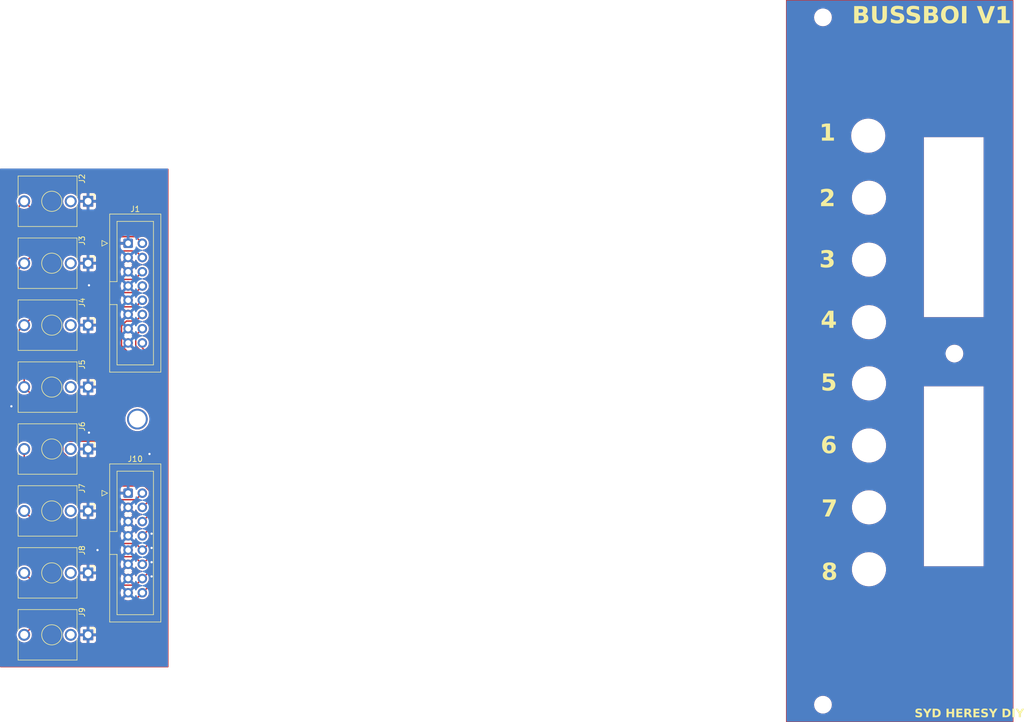
<source format=kicad_pcb>
(kicad_pcb (version 20221018) (generator pcbnew)
  (layers (0 "F.Cu" signal) (31 "B.Cu" signal) (34 "B.Paste" user) (35 "F.Paste" user) (36 "B.SilkS" user "B.Silkscreen") (37 "F.SilkS" user "F.Silkscreen") (38 "B.Mask" user) (39 "F.Mask" user) (44 "Edge.Cuts" user))
  (net 0 "")
  (net 1 "Net-(J1-Pin_2)")
  (net 2 "Net-(J1-Pin_4)")
  (net 3 "Net-(J1-Pin_6)")
  (net 4 "Net-(J1-Pin_8)")
  (net 5 "Net-(J1-Pin_10)")
  (net 6 "Net-(J1-Pin_14)")
  (net 7 "Net-(J1-Pin_16)")
  (net 8 "GND")
  (net 9 "Net-(J1-Pin_12)")
  (footprint "Connector_Audio:Jack_3.5mm_QingPu_WQP-PJ398SM_Vertical_CircularHoles" (layer "F.Cu") (at 92.062859 139.470859 -90)
    (fp_text reference "J9" (at -4.03 1.08 90) (layer "F.SilkS"))
    (fp_text value "AudioJack2")
    (pad "S" thru_hole rect (at 0 0 90) (size 1.93 1.83) (drill 1.22) (layers "*.Cu" "*.Mask") (net 8 "GND"))
    (pad "T" thru_hole circle (at 0 11.4 90) (size 2.13 2.13) (drill 1.43) (layers "*.Cu" "*.Mask") (net 7 "Net-(J1-Pin_16)"))
    (pad "TN" thru_hole circle (at 0 3.1 90) (size 2.13 2.13) (drill 1.42) (layers "*.Cu" "*.Mask"))
    (zone (net 0) (net_name "") (layer "F.Cu") (connect_pads (clearance 0)) (min_thickness 0.254)
      (keepout (tracks not_allowed) (vias not_allowed) (pads not_allowed) (copperpour not_allowed) (footprints not_allowed))
      (fill (thermal_gap 0.508) (thermal_bridge_width 0.508))
      (polygon (pts (xy 85.582859 140.976) (xy 85.828688 140.955789) (xy 86.067914 140.8957) (xy 86.294115 140.797345) (xy 86.501214 140.663367) (xy 86.683649 140.497363) (xy 86.836523 140.303791) (xy 86.955728 140.087851) (xy 87.038065 139.855341) (xy 87.08132 139.612505) (xy 87.084334 139.365866) (xy 87.047024 139.122046) (xy 86.970393 138.887593) (xy 86.856499 138.668805) (xy 86.708401 138.471556) (xy 86.530075 138.301145) (xy 86.326311 138.162147) (xy 86.102581 138.058295) (xy 85.864894 137.992378) (xy 85.619633 137.966167) (xy 85.373384 137.980366) (xy 85.13276 138.034593) (xy 84.904225 138.127391) (xy 84.693914 138.25627) (xy 84.507477 138.417767) (xy 84.34992 138.607546) (xy 84.225474 138.820509) (xy 84.137482 139.050938) (xy 84.088306 139.292644) (xy 84.079267 139.539137) (xy 84.110609 139.783795) (xy 84.181489 140.02005) (xy 84.290003 140.241556) (xy 84.433238 140.442364) (xy 84.607347 140.617082) (xy 84.807654 140.761017) (xy 85.02878 140.870304) (xy 85.264785 140.942008) (xy 85.509333 140.974203)))
    )
  )
  (footprint "Connector_Audio:Jack_3.5mm_QingPu_WQP-PJ398SM_Vertical_CircularHoles" (layer "F.Cu") (at 92.062859 128.420859 -90)
    (fp_text reference "J8" (at -4.03 1.08 90) (layer "F.SilkS"))
    (fp_text value "AudioJack2")
    (pad "S" thru_hole rect (at 0 0 90) (size 1.93 1.83) (drill 1.22) (layers "*.Cu" "*.Mask") (net 8 "GND"))
    (pad "T" thru_hole circle (at 0 11.4 90) (size 2.13 2.13) (drill 1.43) (layers "*.Cu" "*.Mask") (net 6 "Net-(J1-Pin_14)"))
    (pad "TN" thru_hole circle (at 0 3.1 90) (size 2.13 2.13) (drill 1.42) (layers "*.Cu" "*.Mask"))
    (zone (net 0) (net_name "") (layer "F.Cu") (connect_pads (clearance 0)) (min_thickness 0.254)
      (keepout (tracks not_allowed) (vias not_allowed) (pads not_allowed) (copperpour not_allowed) (footprints not_allowed))
      (fill (thermal_gap 0.508) (thermal_bridge_width 0.508))
      (polygon (pts (xy 85.582859 129.926) (xy 85.828688 129.905789) (xy 86.067914 129.8457) (xy 86.294115 129.747345) (xy 86.501214 129.613367) (xy 86.683649 129.447363) (xy 86.836523 129.253791) (xy 86.955728 129.037851) (xy 87.038065 128.805341) (xy 87.08132 128.562505) (xy 87.084334 128.315866) (xy 87.047024 128.072046) (xy 86.970393 127.837593) (xy 86.856499 127.618805) (xy 86.708401 127.421556) (xy 86.530075 127.251145) (xy 86.326311 127.112147) (xy 86.102581 127.008295) (xy 85.864894 126.942378) (xy 85.619633 126.916167) (xy 85.373384 126.930366) (xy 85.13276 126.984593) (xy 84.904225 127.077391) (xy 84.693914 127.20627) (xy 84.507477 127.367767) (xy 84.34992 127.557546) (xy 84.225474 127.770509) (xy 84.137482 128.000938) (xy 84.088306 128.242644) (xy 84.079267 128.489137) (xy 84.110609 128.733795) (xy 84.181489 128.97005) (xy 84.290003 129.191556) (xy 84.433238 129.392364) (xy 84.607347 129.567082) (xy 84.807654 129.711017) (xy 85.02878 129.820304) (xy 85.264785 129.892008) (xy 85.509333 129.924203)))
    )
  )
  (footprint "Connector_IDC:IDC-Header_2x08_P2.54mm_Vertical" (layer "F.Cu") (at 99.204859 114.190859)
    (fp_text reference "J10" (at 1.27 -6.1) (layer "F.SilkS"))
    (fp_text value "Conn_01x16_Socket")
    (pad "1" thru_hole roundrect (at 0 0) (size 1.7 1.7) (drill 1) (layers "*.Cu" "*.Mask") (roundrect_rratio 0.1470588235) (net 8 "GND"))
    (pad "2" thru_hole circle (at 2.54 0) (size 1.7 1.7) (drill 1) (layers "*.Cu" "*.Mask") (net 1 "Net-(J1-Pin_2)"))
    (pad "3" thru_hole circle (at 0 2.54) (size 1.7 1.7) (drill 1) (layers "*.Cu" "*.Mask") (net 8 "GND"))
    (pad "4" thru_hole circle (at 2.54 2.54) (size 1.7 1.7) (drill 1) (layers "*.Cu" "*.Mask") (net 2 "Net-(J1-Pin_4)"))
    (pad "5" thru_hole circle (at 0 5.08) (size 1.7 1.7) (drill 1) (layers "*.Cu" "*.Mask") (net 8 "GND"))
    (pad "6" thru_hole circle (at 2.54 5.08) (size 1.7 1.7) (drill 1) (layers "*.Cu" "*.Mask") (net 3 "Net-(J1-Pin_6)"))
    (pad "7" thru_hole circle (at 0 7.62) (size 1.7 1.7) (drill 1) (layers "*.Cu" "*.Mask") (net 8 "GND"))
    (pad "8" thru_hole circle (at 2.54 7.62) (size 1.7 1.7) (drill 1) (layers "*.Cu" "*.Mask") (net 4 "Net-(J1-Pin_8)"))
    (pad "9" thru_hole circle (at 0 10.16) (size 1.7 1.7) (drill 1) (layers "*.Cu" "*.Mask") (net 8 "GND"))
    (pad "10" thru_hole circle (at 2.54 10.16) (size 1.7 1.7) (drill 1) (layers "*.Cu" "*.Mask") (net 5 "Net-(J1-Pin_10)"))
    (pad "11" thru_hole circle (at 0 12.7) (size 1.7 1.7) (drill 1) (layers "*.Cu" "*.Mask") (net 8 "GND"))
    (pad "12" thru_hole circle (at 2.54 12.7) (size 1.7 1.7) (drill 1) (layers "*.Cu" "*.Mask") (net 9 "Net-(J1-Pin_12)"))
    (pad "13" thru_hole circle (at 0 15.24) (size 1.7 1.7) (drill 1) (layers "*.Cu" "*.Mask") (net 8 "GND"))
    (pad "14" thru_hole circle (at 2.54 15.24) (size 1.7 1.7) (drill 1) (layers "*.Cu" "*.Mask") (net 6 "Net-(J1-Pin_14)"))
    (pad "15" thru_hole circle (at 0 17.78) (size 1.7 1.7) (drill 1) (layers "*.Cu" "*.Mask") (net 8 "GND"))
    (pad "16" thru_hole circle (at 2.54 17.78) (size 1.7 1.7) (drill 1) (layers "*.Cu" "*.Mask") (net 7 "Net-(J1-Pin_16)"))
  )
  (footprint "Connector_Audio:Jack_3.5mm_QingPu_WQP-PJ398SM_Vertical_CircularHoles" (layer "F.Cu") (at 92.062859 95.270859 -90)
    (fp_text reference "J5" (at -4.03 1.08 90) (layer "F.SilkS"))
    (fp_text value "AudioJack2")
    (pad "S" thru_hole rect (at 0 0 90) (size 1.93 1.83) (drill 1.22) (layers "*.Cu" "*.Mask") (net 8 "GND"))
    (pad "T" thru_hole circle (at 0 11.4 90) (size 2.13 2.13) (drill 1.43) (layers "*.Cu" "*.Mask") (net 4 "Net-(J1-Pin_8)"))
    (pad "TN" thru_hole circle (at 0 3.1 90) (size 2.13 2.13) (drill 1.42) (layers "*.Cu" "*.Mask"))
    (zone (net 0) (net_name "") (layer "F.Cu") (connect_pads (clearance 0)) (min_thickness 0.254)
      (keepout (tracks not_allowed) (vias not_allowed) (pads not_allowed) (copperpour not_allowed) (footprints not_allowed))
      (fill (thermal_gap 0.508) (thermal_bridge_width 0.508))
      (polygon (pts (xy 85.582859 96.776) (xy 85.828688 96.755789) (xy 86.067914 96.6957) (xy 86.294115 96.597345) (xy 86.501214 96.463367) (xy 86.683649 96.297363) (xy 86.836523 96.103791) (xy 86.955728 95.887851) (xy 87.038065 95.655341) (xy 87.08132 95.412505) (xy 87.084334 95.165866) (xy 87.047024 94.922046) (xy 86.970393 94.687593) (xy 86.856499 94.468805) (xy 86.708401 94.271556) (xy 86.530075 94.101145) (xy 86.326311 93.962147) (xy 86.102581 93.858295) (xy 85.864894 93.792378) (xy 85.619633 93.766167) (xy 85.373384 93.780366) (xy 85.13276 93.834593) (xy 84.904225 93.927391) (xy 84.693914 94.05627) (xy 84.507477 94.217767) (xy 84.34992 94.407546) (xy 84.225474 94.620509) (xy 84.137482 94.850938) (xy 84.088306 95.092644) (xy 84.079267 95.339137) (xy 84.110609 95.583795) (xy 84.181489 95.82005) (xy 84.290003 96.041556) (xy 84.433238 96.242364) (xy 84.607347 96.417082) (xy 84.807654 96.561017) (xy 85.02878 96.670304) (xy 85.264785 96.742008) (xy 85.509333 96.774203)))
    )
  )
  (footprint "Connector_Audio:Jack_3.5mm_QingPu_WQP-PJ398SM_Vertical_CircularHoles" (layer "F.Cu") (at 92.062859 73.170859 -90)
    (fp_text reference "J3" (at -4.03 1.08 90) (layer "F.SilkS"))
    (fp_text value "AudioJack2")
    (pad "S" thru_hole rect (at 0 0 90) (size 1.93 1.83) (drill 1.22) (layers "*.Cu" "*.Mask") (net 8 "GND"))
    (pad "T" thru_hole circle (at 0 11.4 90) (size 2.13 2.13) (drill 1.43) (layers "*.Cu" "*.Mask") (net 2 "Net-(J1-Pin_4)"))
    (pad "TN" thru_hole circle (at 0 3.1 90) (size 2.13 2.13) (drill 1.42) (layers "*.Cu" "*.Mask"))
    (zone (net 0) (net_name "") (layer "F.Cu") (connect_pads (clearance 0)) (min_thickness 0.254)
      (keepout (tracks not_allowed) (vias not_allowed) (pads not_allowed) (copperpour not_allowed) (footprints not_allowed))
      (fill (thermal_gap 0.508) (thermal_bridge_width 0.508))
      (polygon (pts (xy 85.582859 74.676) (xy 85.828688 74.655789) (xy 86.067914 74.5957) (xy 86.294115 74.497345) (xy 86.501214 74.363367) (xy 86.683649 74.197363) (xy 86.836523 74.003791) (xy 86.955728 73.787851) (xy 87.038065 73.555341) (xy 87.08132 73.312505) (xy 87.084334 73.065866) (xy 87.047024 72.822046) (xy 86.970393 72.587593) (xy 86.856499 72.368805) (xy 86.708401 72.171556) (xy 86.530075 72.001145) (xy 86.326311 71.862147) (xy 86.102581 71.758295) (xy 85.864894 71.692378) (xy 85.619633 71.666167) (xy 85.373384 71.680366) (xy 85.13276 71.734593) (xy 84.904225 71.827391) (xy 84.693914 71.95627) (xy 84.507477 72.117767) (xy 84.34992 72.307546) (xy 84.225474 72.520509) (xy 84.137482 72.750938) (xy 84.088306 72.992644) (xy 84.079267 73.239137) (xy 84.110609 73.483795) (xy 84.181489 73.72005) (xy 84.290003 73.941556) (xy 84.433238 74.142364) (xy 84.607347 74.317082) (xy 84.807654 74.461017) (xy 85.02878 74.570304) (xy 85.264785 74.642008) (xy 85.509333 74.674203)))
    )
  )
  (footprint "Connector_Audio:Jack_3.5mm_QingPu_WQP-PJ398SM_Vertical_CircularHoles" (layer "F.Cu") (at 92.062859 117.370859 -90)
    (fp_text reference "J7" (at -4.03 1.08 90) (layer "F.SilkS"))
    (fp_text value "AudioJack2")
    (pad "S" thru_hole rect (at 0 0 90) (size 1.93 1.83) (drill 1.22) (layers "*.Cu" "*.Mask") (net 8 "GND"))
    (pad "T" thru_hole circle (at 0 11.4 90) (size 2.13 2.13) (drill 1.43) (layers "*.Cu" "*.Mask") (net 9 "Net-(J1-Pin_12)"))
    (pad "TN" thru_hole circle (at 0 3.1 90) (size 2.13 2.13) (drill 1.42) (layers "*.Cu" "*.Mask"))
    (zone (net 0) (net_name "") (layer "F.Cu") (connect_pads (clearance 0)) (min_thickness 0.254)
      (keepout (tracks not_allowed) (vias not_allowed) (pads not_allowed) (copperpour not_allowed) (footprints not_allowed))
      (fill (thermal_gap 0.508) (thermal_bridge_width 0.508))
      (polygon (pts (xy 85.582859 118.876) (xy 85.828688 118.855789) (xy 86.067914 118.7957) (xy 86.294115 118.697345) (xy 86.501214 118.563367) (xy 86.683649 118.397363) (xy 86.836523 118.203791) (xy 86.955728 117.987851) (xy 87.038065 117.755341) (xy 87.08132 117.512505) (xy 87.084334 117.265866) (xy 87.047024 117.022046) (xy 86.970393 116.787593) (xy 86.856499 116.568805) (xy 86.708401 116.371556) (xy 86.530075 116.201145) (xy 86.326311 116.062147) (xy 86.102581 115.958295) (xy 85.864894 115.892378) (xy 85.619633 115.866167) (xy 85.373384 115.880366) (xy 85.13276 115.934593) (xy 84.904225 116.027391) (xy 84.693914 116.15627) (xy 84.507477 116.317767) (xy 84.34992 116.507546) (xy 84.225474 116.720509) (xy 84.137482 116.950938) (xy 84.088306 117.192644) (xy 84.079267 117.439137) (xy 84.110609 117.683795) (xy 84.181489 117.92005) (xy 84.290003 118.141556) (xy 84.433238 118.342364) (xy 84.607347 118.517082) (xy 84.807654 118.661017) (xy 85.02878 118.770304) (xy 85.264785 118.842008) (xy 85.509333 118.874203)))
    )
  )
  (footprint "" (layer "F.Cu") (at 100.855859 100.982859)
    (fp_text reference "" (at 0 0) (layer "F.SilkS") (effects (font (size 1.27 1.27))))
    (fp_text value "" (at 0 0) (layer "F.SilkS") (effects (font (size 1.27 1.27))))
    (pad "" thru_hole circle (at 0 0 90) (size 3.7 3.7) (drill 3.01) (layers "*.Cu" "*.Mask"))
  )
  (footprint "Connector_Audio:Jack_3.5mm_QingPu_WQP-PJ398SM_Vertical_CircularHoles" (layer "F.Cu") (at 92.062859 84.220859 -90)
    (fp_text reference "J4" (at -4.03 1.08 90) (layer "F.SilkS"))
    (fp_text value "AudioJack2")
    (pad "S" thru_hole rect (at 0 0 90) (size 1.93 1.83) (drill 1.22) (layers "*.Cu" "*.Mask") (net 8 "GND"))
    (pad "T" thru_hole circle (at 0 11.4 90) (size 2.13 2.13) (drill 1.43) (layers "*.Cu" "*.Mask") (net 3 "Net-(J1-Pin_6)"))
    (pad "TN" thru_hole circle (at 0 3.1 90) (size 2.13 2.13) (drill 1.42) (layers "*.Cu" "*.Mask"))
    (zone (net 0) (net_name "") (layer "F.Cu") (connect_pads (clearance 0)) (min_thickness 0.254)
      (keepout (tracks not_allowed) (vias not_allowed) (pads not_allowed) (copperpour not_allowed) (footprints not_allowed))
      (fill (thermal_gap 0.508) (thermal_bridge_width 0.508))
      (polygon (pts (xy 85.582859 85.726) (xy 85.828688 85.705789) (xy 86.067914 85.6457) (xy 86.294115 85.547345) (xy 86.501214 85.413367) (xy 86.683649 85.247363) (xy 86.836523 85.053791) (xy 86.955728 84.837851) (xy 87.038065 84.605341) (xy 87.08132 84.362505) (xy 87.084334 84.115866) (xy 87.047024 83.872046) (xy 86.970393 83.637593) (xy 86.856499 83.418805) (xy 86.708401 83.221556) (xy 86.530075 83.051145) (xy 86.326311 82.912147) (xy 86.102581 82.808295) (xy 85.864894 82.742378) (xy 85.619633 82.716167) (xy 85.373384 82.730366) (xy 85.13276 82.784593) (xy 84.904225 82.877391) (xy 84.693914 83.00627) (xy 84.507477 83.167767) (xy 84.34992 83.357546) (xy 84.225474 83.570509) (xy 84.137482 83.800938) (xy 84.088306 84.042644) (xy 84.079267 84.289137) (xy 84.110609 84.533795) (xy 84.181489 84.77005) (xy 84.290003 84.991556) (xy 84.433238 85.192364) (xy 84.607347 85.367082) (xy 84.807654 85.511017) (xy 85.02878 85.620304) (xy 85.264785 85.692008) (xy 85.509333 85.724203)))
    )
  )
  (footprint "Connector_Audio:Jack_3.5mm_QingPu_WQP-PJ398SM_Vertical_CircularHoles" (layer "F.Cu") (at 92.062859 106.320859 -90)
    (fp_text reference "J6" (at -4.03 1.08 90) (layer "F.SilkS"))
    (fp_text value "AudioJack2")
    (pad "S" thru_hole rect (at 0 0 90) (size 1.93 1.83) (drill 1.22) (layers "*.Cu" "*.Mask") (net 8 "GND"))
    (pad "T" thru_hole circle (at 0 11.4 90) (size 2.13 2.13) (drill 1.43) (layers "*.Cu" "*.Mask") (net 5 "Net-(J1-Pin_10)"))
    (pad "TN" thru_hole circle (at 0 3.1 90) (size 2.13 2.13) (drill 1.42) (layers "*.Cu" "*.Mask"))
    (zone (net 0) (net_name "") (layer "F.Cu") (connect_pads (clearance 0)) (min_thickness 0.254)
      (keepout (tracks not_allowed) (vias not_allowed) (pads not_allowed) (copperpour not_allowed) (footprints not_allowed))
      (fill (thermal_gap 0.508) (thermal_bridge_width 0.508))
      (polygon (pts (xy 85.582859 107.826) (xy 85.828688 107.805789) (xy 86.067914 107.7457) (xy 86.294115 107.647345) (xy 86.501214 107.513367) (xy 86.683649 107.347363) (xy 86.836523 107.153791) (xy 86.955728 106.937851) (xy 87.038065 106.705341) (xy 87.08132 106.462505) (xy 87.084334 106.215866) (xy 87.047024 105.972046) (xy 86.970393 105.737593) (xy 86.856499 105.518805) (xy 86.708401 105.321556) (xy 86.530075 105.151145) (xy 86.326311 105.012147) (xy 86.102581 104.908295) (xy 85.864894 104.842378) (xy 85.619633 104.816167) (xy 85.373384 104.830366) (xy 85.13276 104.884593) (xy 84.904225 104.977391) (xy 84.693914 105.10627) (xy 84.507477 105.267767) (xy 84.34992 105.457546) (xy 84.225474 105.670509) (xy 84.137482 105.900938) (xy 84.088306 106.142644) (xy 84.079267 106.389137) (xy 84.110609 106.633795) (xy 84.181489 106.87005) (xy 84.290003 107.091556) (xy 84.433238 107.292364) (xy 84.607347 107.467082) (xy 84.807654 107.611017) (xy 85.02878 107.720304) (xy 85.264785 107.792008) (xy 85.509333 107.824203)))
    )
  )
  (footprint "Connector_IDC:IDC-Header_2x08_P2.54mm_Vertical" (layer "F.Cu") (at 99.204859 69.613859)
    (fp_text reference "J1" (at 1.27 -6.1) (layer "F.SilkS"))
    (fp_text value "Conn_01x16_Socket")
    (pad "1" thru_hole roundrect (at 0 0) (size 1.7 1.7) (drill 1) (layers "*.Cu" "*.Mask") (roundrect_rratio 0.1470588235) (net 8 "GND"))
    (pad "2" thru_hole circle (at 2.54 0) (size 1.7 1.7) (drill 1) (layers "*.Cu" "*.Mask") (net 1 "Net-(J1-Pin_2)"))
    (pad "3" thru_hole circle (at 0 2.54) (size 1.7 1.7) (drill 1) (layers "*.Cu" "*.Mask") (net 8 "GND"))
    (pad "4" thru_hole circle (at 2.54 2.54) (size 1.7 1.7) (drill 1) (layers "*.Cu" "*.Mask") (net 2 "Net-(J1-Pin_4)"))
    (pad "5" thru_hole circle (at 0 5.08) (size 1.7 1.7) (drill 1) (layers "*.Cu" "*.Mask") (net 8 "GND"))
    (pad "6" thru_hole circle (at 2.54 5.08) (size 1.7 1.7) (drill 1) (layers "*.Cu" "*.Mask") (net 3 "Net-(J1-Pin_6)"))
    (pad "7" thru_hole circle (at 0 7.62) (size 1.7 1.7) (drill 1) (layers "*.Cu" "*.Mask") (net 8 "GND"))
    (pad "8" thru_hole circle (at 2.54 7.62) (size 1.7 1.7) (drill 1) (layers "*.Cu" "*.Mask") (net 4 "Net-(J1-Pin_8)"))
    (pad "9" thru_hole circle (at 0 10.16) (size 1.7 1.7) (drill 1) (layers "*.Cu" "*.Mask") (net 8 "GND"))
    (pad "10" thru_hole circle (at 2.54 10.16) (size 1.7 1.7) (drill 1) (layers "*.Cu" "*.Mask") (net 5 "Net-(J1-Pin_10)"))
    (pad "11" thru_hole circle (at 0 12.7) (size 1.7 1.7) (drill 1) (layers "*.Cu" "*.Mask") (net 8 "GND"))
    (pad "12" thru_hole circle (at 2.54 12.7) (size 1.7 1.7) (drill 1) (layers "*.Cu" "*.Mask") (net 9 "Net-(J1-Pin_12)"))
    (pad "13" thru_hole circle (at 0 15.24) (size 1.7 1.7) (drill 1) (layers "*.Cu" "*.Mask") (net 8 "GND"))
    (pad "14" thru_hole circle (at 2.54 15.24) (size 1.7 1.7) (drill 1) (layers "*.Cu" "*.Mask") (net 6 "Net-(J1-Pin_14)"))
    (pad "15" thru_hole circle (at 0 17.78) (size 1.7 1.7) (drill 1) (layers "*.Cu" "*.Mask") (net 8 "GND"))
    (pad "16" thru_hole circle (at 2.54 17.78) (size 1.7 1.7) (drill 1) (layers "*.Cu" "*.Mask") (net 7 "Net-(J1-Pin_16)"))
  )
  (footprint "Connector_Audio:Jack_3.5mm_QingPu_WQP-PJ398SM_Vertical_CircularHoles" (layer "F.Cu") (at 92.062859 62.120859 -90)
    (fp_text reference "J2" (at -4.03 1.08 90) (layer "F.SilkS"))
    (fp_text value "AudioJack2")
    (pad "S" thru_hole rect (at 0 0 90) (size 1.93 1.83) (drill 1.22) (layers "*.Cu" "*.Mask") (net 8 "GND"))
    (pad "T" thru_hole circle (at 0 11.4 90) (size 2.13 2.13) (drill 1.43) (layers "*.Cu" "*.Mask") (net 1 "Net-(J1-Pin_2)"))
    (pad "TN" thru_hole circle (at 0 3.1 90) (size 2.13 2.13) (drill 1.42) (layers "*.Cu" "*.Mask"))
    (zone (net 0) (net_name "") (layer "F.Cu") (connect_pads (clearance 0)) (min_thickness 0.254)
      (keepout (tracks not_allowed) (vias not_allowed) (pads not_allowed) (copperpour not_allowed) (footprints not_allowed))
      (fill (thermal_gap 0.508) (thermal_bridge_width 0.508))
      (polygon (pts (xy 85.582859 63.626) (xy 85.828688 63.605789) (xy 86.067914 63.5457) (xy 86.294115 63.447345) (xy 86.501214 63.313367) (xy 86.683649 63.147363) (xy 86.836523 62.953791) (xy 86.955728 62.737851) (xy 87.038065 62.505341) (xy 87.08132 62.262505) (xy 87.084334 62.015866) (xy 87.047024 61.772046) (xy 86.970393 61.537593) (xy 86.856499 61.318805) (xy 86.708401 61.121556) (xy 86.530075 60.951145) (xy 86.326311 60.812147) (xy 86.102581 60.708295) (xy 85.864894 60.642378) (xy 85.619633 60.616167) (xy 85.373384 60.630366) (xy 85.13276 60.684593) (xy 84.904225 60.777391) (xy 84.693914 60.90627) (xy 84.507477 61.067767) (xy 84.34992 61.257546) (xy 84.225474 61.470509) (xy 84.137482 61.700938) (xy 84.088306 61.942644) (xy 84.079267 62.189137) (xy 84.110609 62.433795) (xy 84.181489 62.67005) (xy 84.290003 62.891556) (xy 84.433238 63.092364) (xy 84.607347 63.267082) (xy 84.807654 63.411017) (xy 85.02878 63.520304) (xy 85.264785 63.592008) (xy 85.509333 63.624203)))
    )
  )
  (gr_rect (start 76.471859 56.405859) (end 106.316859 145.178859) (stroke (width 0.2)) (fill none) (layer "F.Cu"))
  (gr_rect (start 216.679859 26.306859) (end 257.065859 154.957859) (stroke (width 0.2)) (fill none) (layer "F.Cu"))
  (gr_text "BussBoi v0.1" (at 91.330859 144.670859) (layer "F.Cu") (effects (font (size 1.5 1.5) (thickness 0.3) bold) (justify left bottom)))
  (gr_text "6" (at 222.758 107.569) (layer "F.SilkS") (effects (font (size 3 3) (thickness 0.3) bold) (justify left bottom)))
  (gr_text "7" (at 222.885 118.872) (layer "F.SilkS") (effects (font (size 3 3) (thickness 0.3) bold) (justify left bottom)))
  (gr_text "BUSSBOI V1" (at 256.794 30.861) (layer "F.SilkS") (effects (font (size 3 3) (thickness 0.3) bold) (justify right bottom)))
  (gr_text "5" (at 222.758 96.393) (layer "F.SilkS") (effects (font (size 3 3) (thickness 0.3) bold) (justify left bottom)))
  (gr_text "4" (at 222.758 85.217) (layer "F.SilkS") (effects (font (size 3 3) (thickness 0.3) bold) (justify left bottom)))
  (gr_text "8" (at 222.885 130.175) (layer "F.SilkS") (effects (font (size 3 3) (thickness 0.3) bold) (justify left bottom)))
  (gr_text "3" (at 222.504 74.422) (layer "F.SilkS") (effects (font (size 3 3) (thickness 0.3) bold) (justify left bottom)))
  (gr_text "1" (at 222.504 51.816) (layer "F.SilkS") (effects (font (size 3 3) (thickness 0.3) bold) (justify left bottom)))
  (gr_text "SYD HERESY DIY" (at 239.522 154.432) (layer "F.SilkS") (effects (font (size 1.5 1.5) (thickness 0.3) bold) (justify left bottom)))
  (gr_text "2" (at 222.504 63.5) (layer "F.SilkS") (effects (font (size 3 3) (thickness 0.3) bold) (justify left bottom)))
  (segment (start 100.569859 115.365859) (end 101.744859 114.190859) (width 0.25) (layer "F.Cu") (net 1))
  (segment (start 80.662859 62.120859) (end 76.979859 65.803859) (width 0.25) (layer "F.Cu") (net 1))
  (segment (start 76.979859 65.803859) (end 76.979859 100.016372) (width 0.25) (layer "F.Cu") (net 1))
  (segment (start 100.569859 68.438859) (end 101.744859 69.613859) (width 0.25) (layer "F.Cu") (net 1))
  (segment (start 92.329346 115.365859) (end 100.569859 115.365859) (width 0.25) (layer "F.Cu") (net 1))
  (segment (start 76.979859 100.016372) (end 92.329346 115.365859) (width 0.25) (layer "F.Cu") (net 1))
  (segment (start 86.980859 68.438859) (end 100.569859 68.438859) (width 0.25) (layer "F.Cu") (net 1))
  (segment (start 80.662859 62.120859) (end 86.980859 68.438859) (width 0.25) (layer "F.Cu") (net 1))
  (segment (start 103.014859 113.799158) (end 103.014859 115.460859) (width 0.25) (layer "F.Cu") (net 2))
  (segment (start 77.429859 76.403859) (end 77.429859 95.717859) (width 0.25) (layer "F.Cu") (net 2))
  (segment (start 93.597102 112.920859) (end 102.13656 112.920859) (width 0.25) (layer "F.Cu") (net 2))
  (segment (start 80.662859 73.170859) (end 82.854859 70.978859) (width 0.25) (layer "F.Cu") (net 2))
  (segment (start 80.662859 73.170859) (end 77.429859 76.403859) (width 0.25) (layer "F.Cu") (net 2))
  (segment (start 82.854859 70.978859) (end 100.569859 70.978859) (width 0.25) (layer "F.Cu") (net 2))
  (segment (start 100.569859 70.978859) (end 101.744859 72.153859) (width 0.25) (layer "F.Cu") (net 2))
  (segment (start 87.572859 105.860859) (end 87.572859 106.896616) (width 0.25) (layer "F.Cu") (net 2))
  (segment (start 87.572859 106.896616) (end 93.597102 112.920859) (width 0.25) (layer "F.Cu") (net 2))
  (segment (start 103.014859 115.460859) (end 101.744859 116.730859) (width 0.25) (layer "F.Cu") (net 2))
  (segment (start 102.13656 112.920859) (end 103.014859 113.799158) (width 0.25) (layer "F.Cu") (net 2))
  (segment (start 77.429859 95.717859) (end 87.572859 105.860859) (width 0.25) (layer "F.Cu") (net 2))
  (segment (start 90.695859 76.090859) (end 90.727859 76.058859) (width 0.25) (layer "F.Cu") (net 3))
  (segment (start 77.879859 87.003859) (end 77.879859 95.531463) (width 0.25) (layer "F.Cu") (net 3))
  (segment (start 103.464859 113.497859) (end 103.464859 117.550859) (width 0.25) (layer "F.Cu") (net 3))
  (segment (start 77.879859 95.531463) (end 87.279255 104.930859) (width 0.25) (layer "F.Cu") (net 3))
  (segment (start 100.379859 76.058859) (end 101.744859 74.693859) (width 0.25) (layer "F.Cu") (net 3))
  (segment (start 87.279255 104.930859) (end 94.897859 104.930859) (width 0.25) (layer "F.Cu") (net 3))
  (segment (start 80.662859 84.220859) (end 88.792859 76.090859) (width 0.25) (layer "F.Cu") (net 3))
  (segment (start 88.792859 76.090859) (end 90.695859 76.090859) (width 0.25) (layer "F.Cu") (net 3))
  (segment (start 90.727859 76.058859) (end 100.379859 76.058859) (width 0.25) (layer "F.Cu") (net 3))
  (segment (start 80.662859 84.220859) (end 77.879859 87.003859) (width 0.25) (layer "F.Cu") (net 3))
  (segment (start 94.897859 104.930859) (end 103.464859 113.497859) (width 0.25) (layer "F.Cu") (net 3))
  (segment (start 103.464859 117.550859) (end 101.744859 119.270859) (width 0.25) (layer "F.Cu") (net 3))
  (segment (start 87.63 96.901) (end 103.914859 113.185859) (width 0.25) (layer "F.Cu") (net 4))
  (segment (start 80.662859 95.270859) (end 80.662859 86.250859) (width 0.25) (layer "F.Cu") (net 4))
  (segment (start 100.569859 78.408859) (end 101.744859 77.233859) (width 0.25) (layer "F.Cu") (net 4))
  (segment (start 80.662859 86.250859) (end 88.504859 78.408859) (width 0.25) (layer "F.Cu") (net 4))
  (segment (start 80.662859 95.270859) (end 82.293 96.901) (width 0.25) (layer "F.Cu") (net 4))
  (segment (start 82.293 96.901) (end 87.63 96.901) (width 0.25) (layer "F.Cu") (net 4))
  (segment (start 103.914859 119.640859) (end 101.744859 121.810859) (width 0.25) (layer "F.Cu") (net 4))
  (segment (start 88.504859 78.408859) (end 100.569859 78.408859) (width 0.25) (layer "F.Cu") (net 4))
  (segment (start 103.914859 113.185859) (end 103.914859 119.640859) (width 0.25) (layer "F.Cu") (net 4))
  (segment (start 89.089346 123.175859) (end 100.569859 123.175859) (width 0.25) (layer "F.Cu") (net 5))
  (segment (start 104.411859 94.898956) (end 97.579859 88.066956) (width 0.25) (layer "F.Cu") (net 5))
  (segment (start 101.744859 124.350859) (end 104.411859 121.683859) (width 0.25) (layer "F.Cu") (net 5))
  (segment (start 97.579859 88.066956) (end 97.579859 81.65286) (width 0.25) (layer "F.Cu") (net 5))
  (segment (start 97.579859 81.65286) (end 98.28386 80.948859) (width 0.25) (layer "F.Cu") (net 5))
  (segment (start 80.662859 114.749372) (end 89.089346 123.175859) (width 0.25) (layer "F.Cu") (net 5))
  (segment (start 80.662859 106.320859) (end 80.662859 114.749372) (width 0.25) (layer "F.Cu") (net 5))
  (segment (start 100.569859 80.948859) (end 101.744859 79.773859) (width 0.25) (layer "F.Cu") (net 5))
  (segment (start 104.411859 121.683859) (end 104.411859 94.898956) (width 0.25) (layer "F.Cu") (net 5))
  (segment (start 98.28386 80.948859) (end 100.569859 80.948859) (width 0.25) (layer "F.Cu") (net 5))
  (segment (start 100.569859 123.175859) (end 101.744859 124.350859) (width 0.25) (layer "F.Cu") (net 5))
  (segment (start 100.569859 130.605859) (end 101.744859 129.430859) (width 0.25) (layer "F.Cu") (net 6))
  (segment (start 105.311859 125.863859) (end 105.311859 92.62256) (width 0.25) (layer "F.Cu") (net 6))
  (segment (start 80.662859 128.420859) (end 82.847859 130.605859) (width 0.25) (layer "F.Cu") (net 6))
  (segment (start 105.311859 92.62256) (end 100.569859 87.88056) (width 0.25) (layer "F.Cu") (net 6))
  (segment (start 100.569859 87.88056) (end 100.569859 86.028859) (width 0.25) (layer "F.Cu") (net 6))
  (segment (start 101.744859 129.430859) (end 105.311859 125.863859) (width 0.25) (layer "F.Cu") (net 6))
  (segment (start 82.847859 130.605859) (end 100.569859 130.605859) (width 0.25) (layer "F.Cu") (net 6))
  (segment (start 100.569859 86.028859) (end 101.744859 84.853859) (width 0.25) (layer "F.Cu") (net 6))
  (segment (start 97.934859 135.780859) (end 101.744859 131.970859) (width 0.25) (layer "F.Cu") (net 7))
  (segment (start 80.662859 139.470859) (end 84.352859 135.780859) (width 0.25) (layer "F.Cu") (net 7))
  (segment (start 101.744859 88.282859) (end 101.744859 87.393859) (width 0.25) (layer "F.Cu") (net 7))
  (segment (start 84.352859 135.780859) (end 97.934859 135.780859) (width 0.25) (layer "F.Cu") (net 7))
  (segment (start 105.761859 127.953859) (end 105.761859 92.299859) (width 0.25) (layer "F.Cu") (net 7))
  (segment (start 101.744859 131.970859) (end 105.761859 127.953859) (width 0.25) (layer "F.Cu") (net 7))
  (segment (start 105.761859 92.299859) (end 101.744859 88.282859) (width 0.25) (layer "F.Cu") (net 7))
  (via (at 92.219859 77.106859) (size 0.8) (drill 0.4) (layers "F.Cu" "B.Cu") (net 8))
  (via (at 103.395859 121.429859) (size 0.8) (drill 0.4) (layers "F.Cu" "B.Cu") (net 8))
  (via (at 103.395859 129.049859) (size 0.8) (drill 0.4) (layers "F.Cu" "B.Cu") (net 8))
  (via (at 103.014859 107.205859) (size 0.8) (drill 0.4) (layers "F.Cu" "B.Cu") (net 8))
  (via (at 78.376859 98.696859) (size 0.8) (drill 0.4) (layers "F.Cu" "B.Cu") (net 8))
  (via (at 103.395859 126.509859) (size 0.8) (drill 0.4) (layers "F.Cu" "B.Cu") (net 8))
  (via (at 103.395859 123.969859) (size 0.8) (drill 0.4) (layers "F.Cu" "B.Cu") (net 8))
  (via (at 92.219859 103.395859) (size 0.8) (drill 0.4) (layers "F.Cu" "B.Cu") (net 8))
  (via (at 93.743859 124.350859) (size 0.8) (drill 0.4) (layers "F.Cu" "B.Cu") (net 8))
  (segment (start 80.662859 117.370859) (end 88.817859 125.525859) (width 0.25) (layer "F.Cu") (net 9))
  (segment (start 98.908158 83.488859) (end 100.569859 83.488859) (width 0.25) (layer "F.Cu") (net 9))
  (segment (start 104.861859 94.71256) (end 98.029859 87.88056) (width 0.25) (layer "F.Cu") (net 9))
  (segment (start 104.861859 123.773859) (end 104.861859 94.71256) (width 0.25) (layer "F.Cu") (net 9))
  (segment (start 98.029859 84.367158) (end 98.908158 83.488859) (width 0.25) (layer "F.Cu") (net 9))
  (segment (start 101.744859 126.890859) (end 104.861859 123.773859) (width 0.25) (layer "F.Cu") (net 9))
  (segment (start 88.817859 125.525859) (end 100.379859 125.525859) (width 0.25) (layer "F.Cu") (net 9))
  (segment (start 100.569859 83.488859) (end 101.744859 82.313859) (width 0.25) (layer "F.Cu") (net 9))
  (segment (start 100.379859 125.525859) (end 101.744859 126.890859) (width 0.25) (layer "F.Cu") (net 9))
  (segment (start 98.029859 87.88056) (end 98.029859 84.367158) (width 0.25) (layer "F.Cu") (net 9))
  (zone (net 0) (net_name "") (layers "F&B.Cu") (connect_pads (clearance 0)) (min_thickness 0.25)
    (keepout (tracks not_allowed) (vias not_allowed) (pads not_allowed) (copperpour not_allowed) (footprints not_allowed))
    (fill (thermal_gap 0.5) (thermal_bridge_width 0.5))
    (polygon (pts (xy 248.230418 89.291565) (xy 248.210763 89.04183) (xy 248.152284 88.798245) (xy 248.056419 88.566806) (xy 247.925529 88.353214) (xy 247.762838 88.162727) (xy 247.572351 88.000036) (xy 247.358759 87.869146) (xy 247.12732 87.773281) (xy 246.883735 87.714802) (xy 246.634 87.695147) (xy 246.384265 87.714802) (xy 246.14068 87.773281) (xy 245.909241 87.869146) (xy 245.695649 88.000036) (xy 245.505162 88.162727) (xy 245.342471 88.353214) (xy 245.211581 88.566806) (xy 245.115716 88.798245) (xy 245.057237 89.04183) (xy 245.037582 89.291565) (xy 245.057237 89.5413) (xy 245.115716 89.784885) (xy 245.211581 90.016324) (xy 245.342471 90.229916) (xy 245.505162 90.420403) (xy 245.695649 90.583094) (xy 245.909241 90.713984) (xy 246.14068 90.809849) (xy 246.384265 90.868328) (xy 246.634 90.887983) (xy 246.883735 90.868328) (xy 247.12732 90.809849) (xy 247.358759 90.713984) (xy 247.572351 90.583094) (xy 247.762838 90.420403) (xy 247.925529 90.229916) (xy 248.056419 90.016324) (xy 248.152284 89.784885) (xy 248.210763 89.5413) (xy 248.230418 89.291565)))
  )
  (zone (net 0) (net_name "") (layers "F&B.Cu") (connect_pads (clearance 0)) (min_thickness 0.25)
    (keepout (tracks not_allowed) (vias not_allowed) (pads not_allowed) (copperpour not_allowed) (footprints not_allowed))
    (fill (thermal_gap 0.5) (thermal_bridge_width 0.5))
    (polygon (pts (xy 234.442 83.693) (xy 234.422768 83.350549) (xy 234.365315 83.012405) (xy 234.270364 82.68282) (xy 234.139107 82.365938) (xy 233.973196 82.065745) (xy 233.774717 81.786016) (xy 233.546167 81.530268) (xy 233.290419 81.301718) (xy 233.01069 81.103239) (xy 232.710497 80.937328) (xy 232.393615 80.806071) (xy 232.06403 80.71112) (xy 231.725886 80.653667) (xy 231.383435 80.634435) (xy 231.040984 80.653667) (xy 230.70284 80.71112) (xy 230.373255 80.806071) (xy 230.056373 80.937328) (xy 229.75618 81.103239) (xy 229.476451 81.301718) (xy 229.220703 81.530268) (xy 228.992153 81.786016) (xy 228.793674 82.065745) (xy 228.627763 82.365938) (xy 228.496506 82.68282) (xy 228.401555 83.012405) (xy 228.344102 83.350549) (xy 228.32487 83.693) (xy 228.344102 84.035451) (xy 228.401555 84.373595) (xy 228.496506 84.70318) (xy 228.627763 85.020062) (xy 228.793674 85.320255) (xy 228.992153 85.599984) (xy 229.220703 85.855732) (xy 229.476451 86.084282) (xy 229.75618 86.282761) (xy 230.056373 86.448672) (xy 230.373255 86.579929) (xy 230.70284 86.67488) (xy 231.040984 86.732333) (xy 231.383435 86.751565) (xy 231.725886 86.732333) (xy 232.06403 86.67488) (xy 232.393615 86.579929) (xy 232.710497 86.448672) (xy 233.01069 86.282761) (xy 233.290419 86.084282) (xy 233.546167 85.855732) (xy 233.774717 85.599984) (xy 233.973196 85.320255) (xy 234.139107 85.020062) (xy 234.270364 84.70318) (xy 234.365315 84.373595) (xy 234.422768 84.035451) (xy 234.442 83.693)))
  )
  (zone (net 0) (net_name "") (layers "F&B.Cu") (connect_pads (clearance 0)) (min_thickness 0.25)
    (keepout (tracks not_allowed) (vias not_allowed) (pads not_allowed) (copperpour not_allowed) (footprints not_allowed))
    (fill (thermal_gap 0.5) (thermal_bridge_width 0.5))
    (polygon (pts (xy 234.452565 94.604435) (xy 234.433333 94.261984) (xy 234.37588 93.92384) (xy 234.280929 93.594255) (xy 234.149672 93.277373) (xy 233.983761 92.97718) (xy 233.785282 92.697451) (xy 233.556732 92.441703) (xy 233.300984 92.213153) (xy 233.021255 92.014674) (xy 232.721062 91.848763) (xy 232.40418 91.717506) (xy 232.074595 91.622555) (xy 231.736451 91.565102) (xy 231.394 91.54587) (xy 231.051549 91.565102) (xy 230.713405 91.622555) (xy 230.38382 91.717506) (xy 230.066938 91.848763) (xy 229.766745 92.014674) (xy 229.487016 92.213153) (xy 229.231268 92.441703) (xy 229.002718 92.697451) (xy 228.804239 92.97718) (xy 228.638328 93.277373) (xy 228.507071 93.594255) (xy 228.41212 93.92384) (xy 228.354667 94.261984) (xy 228.335435 94.604435) (xy 228.354667 94.946886) (xy 228.41212 95.28503) (xy 228.507071 95.614615) (xy 228.638328 95.931497) (xy 228.804239 96.23169) (xy 229.002718 96.511419) (xy 229.231268 96.767167) (xy 229.487016 96.995717) (xy 229.766745 97.194196) (xy 230.066938 97.360107) (xy 230.38382 97.491364) (xy 230.713405 97.586315) (xy 231.051549 97.643768) (xy 231.394 97.663) (xy 231.736451 97.643768) (xy 232.074595 97.586315) (xy 232.40418 97.491364) (xy 232.721062 97.360107) (xy 233.021255 97.194196) (xy 233.300984 96.995717) (xy 233.556732 96.767167) (xy 233.785282 96.511419) (xy 233.983761 96.23169) (xy 234.149672 95.931497) (xy 234.280929 95.614615) (xy 234.37588 95.28503) (xy 234.433333 94.946886) (xy 234.452565 94.604435)))
  )
  (zone (net 0) (net_name "") (layers "F&B.Cu") (connect_pads (clearance 0)) (min_thickness 0.25)
    (keepout (tracks not_allowed) (vias not_allowed) (pads not_allowed) (copperpour not_allowed) (footprints not_allowed))
    (fill (thermal_gap 0.5) (thermal_bridge_width 0.5))
    (polygon (pts (xy 241.173 95.123) (xy 251.841 95.123) (xy 251.841 127.254) (xy 241.173 127.254)))
  )
  (zone (net 8) (net_name "GND") (layers "F&B.Cu") (connect_pads (clearance 0.3)) (min_thickness 0.25) (fill yes (thermal_gap 0.5) (thermal_bridge_width 0.5))
    (polygon (pts (xy 106.316859 56.278859) (xy 106.316859 145.178859) (xy 76.344859 145.178859) (xy 76.344859 56.278859) (xy 76.725859 56.278859)))
  )
  (zone (net 0) (net_name "") (layers "F&B.Cu") (connect_pads (clearance 0)) (min_thickness 0.25)
    (keepout (tracks not_allowed) (vias not_allowed) (pads not_allowed) (copperpour not_allowed) (footprints not_allowed))
    (fill (thermal_gap 0.5) (thermal_bridge_width 0.5))
    (polygon (pts (xy 234.452565 72.536859) (xy 234.433333 72.194408) (xy 234.37588 71.856264) (xy 234.280929 71.526679) (xy 234.149672 71.209797) (xy 233.983761 70.909604) (xy 233.785282 70.629875) (xy 233.556732 70.374127) (xy 233.300984 70.145577) (xy 233.021255 69.947098) (xy 232.721062 69.781187) (xy 232.40418 69.64993) (xy 232.074595 69.554979) (xy 231.736451 69.497526) (xy 231.394 69.478294) (xy 231.051549 69.497526) (xy 230.713405 69.554979) (xy 230.38382 69.64993) (xy 230.066938 69.781187) (xy 229.766745 69.947098) (xy 229.487016 70.145577) (xy 229.231268 70.374127) (xy 229.002718 70.629875) (xy 228.804239 70.909604) (xy 228.638328 71.209797) (xy 228.507071 71.526679) (xy 228.41212 71.856264) (xy 228.354667 72.194408) (xy 228.335435 72.536859) (xy 228.354667 72.87931) (xy 228.41212 73.217454) (xy 228.507071 73.547039) (xy 228.638328 73.863921) (xy 228.804239 74.164114) (xy 229.002718 74.443843) (xy 229.231268 74.699591) (xy 229.487016 74.928141) (xy 229.766745 75.12662) (xy 230.066938 75.292531) (xy 230.38382 75.423788) (xy 230.713405 75.518739) (xy 231.051549 75.576192) (xy 231.394 75.595424) (xy 231.736451 75.576192) (xy 232.074595 75.518739) (xy 232.40418 75.423788) (xy 232.721062 75.292531) (xy 233.021255 75.12662) (xy 233.300984 74.928141) (xy 233.556732 74.699591) (xy 233.785282 74.443843) (xy 233.983761 74.164114) (xy 234.149672 73.863921) (xy 234.280929 73.547039) (xy 234.37588 73.217454) (xy 234.433333 72.87931) (xy 234.452565 72.536859)))
  )
  (zone (net 0) (net_name "") (layers "F&B.Cu") (connect_pads (clearance 0)) (min_thickness 0.25)
    (keepout (tracks not_allowed) (vias not_allowed) (pads not_allowed) (copperpour not_allowed) (footprints not_allowed))
    (fill (thermal_gap 0.5) (thermal_bridge_width 0.5))
    (polygon (pts (xy 224.776277 29.306859) (xy 224.756622 29.057124) (xy 224.698143 28.813539) (xy 224.602278 28.5821) (xy 224.471388 28.368508) (xy 224.308697 28.178021) (xy 224.11821 28.01533) (xy 223.904618 27.88444) (xy 223.673179 27.788575) (xy 223.429594 27.730096) (xy 223.179859 27.710441) (xy 222.930124 27.730096) (xy 222.686539 27.788575) (xy 222.4551 27.88444) (xy 222.241508 28.01533) (xy 222.051021 28.178021) (xy 221.88833 28.368508) (xy 221.75744 28.5821) (xy 221.661575 28.813539) (xy 221.603096 29.057124) (xy 221.583441 29.306859) (xy 221.603096 29.556594) (xy 221.661575 29.800179) (xy 221.75744 30.031618) (xy 221.88833 30.24521) (xy 222.051021 30.435697) (xy 222.241508 30.598388) (xy 222.4551 30.729278) (xy 222.686539 30.825143) (xy 222.930124 30.883622) (xy 223.179859 30.903277) (xy 223.429594 30.883622) (xy 223.673179 30.825143) (xy 223.904618 30.729278) (xy 224.11821 30.598388) (xy 224.308697 30.435697) (xy 224.471388 30.24521) (xy 224.602278 30.031618) (xy 224.698143 29.800179) (xy 224.756622 29.556594) (xy 224.776277 29.306859)))
  )
  (zone (net 0) (net_name "") (layers "F&B.Cu") (connect_pads (clearance 0)) (min_thickness 0.25)
    (keepout (tracks not_allowed) (vias not_allowed) (pads not_allowed) (copperpour not_allowed) (footprints not_allowed))
    (fill (thermal_gap 0.5) (thermal_bridge_width 0.5))
    (polygon (pts (xy 234.452565 105.686859) (xy 234.433333 105.344408) (xy 234.37588 105.006264) (xy 234.280929 104.676679) (xy 234.149672 104.359797) (xy 233.983761 104.059604) (xy 233.785282 103.779875) (xy 233.556732 103.524127) (xy 233.300984 103.295577) (xy 233.021255 103.097098) (xy 232.721062 102.931187) (xy 232.40418 102.79993) (xy 232.074595 102.704979) (xy 231.736451 102.647526) (xy 231.394 102.628294) (xy 231.051549 102.647526) (xy 230.713405 102.704979) (xy 230.38382 102.79993) (xy 230.066938 102.931187) (xy 229.766745 103.097098) (xy 229.487016 103.295577) (xy 229.231268 103.524127) (xy 229.002718 103.779875) (xy 228.804239 104.059604) (xy 228.638328 104.359797) (xy 228.507071 104.676679) (xy 228.41212 105.006264) (xy 228.354667 105.344408) (xy 228.335435 105.686859) (xy 228.354667 106.02931) (xy 228.41212 106.367454) (xy 228.507071 106.697039) (xy 228.638328 107.013921) (xy 228.804239 107.314114) (xy 229.002718 107.593843) (xy 229.231268 107.849591) (xy 229.487016 108.078141) (xy 229.766745 108.27662) (xy 230.066938 108.442531) (xy 230.38382 108.573788) (xy 230.713405 108.668739) (xy 231.051549 108.726192) (xy 231.394 108.745424) (xy 231.736451 108.726192) (xy 232.074595 108.668739) (xy 232.40418 108.573788) (xy 232.721062 108.442531) (xy 233.021255 108.27662) (xy 233.300984 108.078141) (xy 233.556732 107.849591) (xy 233.785282 107.593843) (xy 233.983761 107.314114) (xy 234.149672 107.013921) (xy 234.280929 106.697039) (xy 234.37588 106.367454) (xy 234.433333 106.02931) (xy 234.452565 105.686859)))
  )
  (zone (net 0) (net_name "") (layers "F&B.Cu") (priority 1) (connect_pads (clearance 0.3)) (min_thickness 0.25) (fill yes (thermal_gap 0.5) (thermal_bridge_width 0.5) (island_removal_mode 1) (island_area_min 10))
    (polygon (pts (xy 216.679859 26.306859) (xy 257.065859 26.306859) (xy 257.065859 154.957859) (xy 216.679859 154.957859)))
  )
  (zone (net 0) (net_name "") (layers "F&B.Cu") (connect_pads (clearance 0)) (min_thickness 0.25)
    (keepout (tracks not_allowed) (vias not_allowed) (pads not_allowed) (copperpour not_allowed) (footprints not_allowed))
    (fill (thermal_gap 0.5) (thermal_bridge_width 0.5))
    (polygon (pts (xy 234.442 61.486859) (xy 234.422768 61.144408) (xy 234.365315 60.806264) (xy 234.270364 60.476679) (xy 234.139107 60.159797) (xy 233.973196 59.859604) (xy 233.774717 59.579875) (xy 233.546167 59.324127) (xy 233.290419 59.095577) (xy 233.01069 58.897098) (xy 232.710497 58.731187) (xy 232.393615 58.59993) (xy 232.06403 58.504979) (xy 231.725886 58.447526) (xy 231.383435 58.428294) (xy 231.040984 58.447526) (xy 230.70284 58.504979) (xy 230.373255 58.59993) (xy 230.056373 58.731187) (xy 229.75618 58.897098) (xy 229.476451 59.095577) (xy 229.220703 59.324127) (xy 228.992153 59.579875) (xy 228.793674 59.859604) (xy 228.627763 60.159797) (xy 228.496506 60.476679) (xy 228.401555 60.806264) (xy 228.344102 61.144408) (xy 228.32487 61.486859) (xy 228.344102 61.82931) (xy 228.401555 62.167454) (xy 228.496506 62.497039) (xy 228.627763 62.813921) (xy 228.793674 63.114114) (xy 228.992153 63.393843) (xy 229.220703 63.649591) (xy 229.476451 63.878141) (xy 229.75618 64.07662) (xy 230.056373 64.242531) (xy 230.373255 64.373788) (xy 230.70284 64.468739) (xy 231.040984 64.526192) (xy 231.383435 64.545424) (xy 231.725886 64.526192) (xy 232.06403 64.468739) (xy 232.393615 64.373788) (xy 232.710497 64.242531) (xy 233.01069 64.07662) (xy 233.290419 63.878141) (xy 233.546167 63.649591) (xy 233.774717 63.393843) (xy 233.973196 63.114114) (xy 234.139107 62.813921) (xy 234.270364 62.497039) (xy 234.365315 62.167454) (xy 234.422768 61.82931) (xy 234.442 61.486859)))
  )
  (zone (net 0) (net_name "") (layers "F&B.Cu") (connect_pads (clearance 0)) (min_thickness 0.25)
    (keepout (tracks not_allowed) (vias not_allowed) (pads not_allowed) (copperpour not_allowed) (footprints not_allowed))
    (fill (thermal_gap 0.5) (thermal_bridge_width 0.5))
    (polygon (pts (xy 241.173 50.673) (xy 251.841 50.673) (xy 251.841 82.804) (xy 241.173 82.804)))
  )
  (zone (net 0) (net_name "") (layers "F&B.Cu") (connect_pads (clearance 0)) (min_thickness 0.25)
    (keepout (tracks not_allowed) (vias not_allowed) (pads not_allowed) (copperpour not_allowed) (footprints not_allowed))
    (fill (thermal_gap 0.5) (thermal_bridge_width 0.5))
    (polygon (pts (xy 234.442 127.772565) (xy 234.422768 127.430114) (xy 234.365315 127.09197) (xy 234.270364 126.762385) (xy 234.139107 126.445503) (xy 233.973196 126.14531) (xy 233.774717 125.865581) (xy 233.546167 125.609833) (xy 233.290419 125.381283) (xy 233.01069 125.182804) (xy 232.710497 125.016893) (xy 232.393615 124.885636) (xy 232.06403 124.790685) (xy 231.725886 124.733232) (xy 231.383435 124.714) (xy 231.040984 124.733232) (xy 230.70284 124.790685) (xy 230.373255 124.885636) (xy 230.056373 125.016893) (xy 229.75618 125.182804) (xy 229.476451 125.381283) (xy 229.220703 125.609833) (xy 228.992153 125.865581) (xy 228.793674 126.14531) (xy 228.627763 126.445503) (xy 228.496506 126.762385) (xy 228.401555 127.09197) (xy 228.344102 127.430114) (xy 228.32487 127.772565) (xy 228.344102 128.115016) (xy 228.401555 128.45316) (xy 228.496506 128.782745) (xy 228.627763 129.099627) (xy 228.793674 129.39982) (xy 228.992153 129.679549) (xy 229.220703 129.935297) (xy 229.476451 130.163847) (xy 229.75618 130.362326) (xy 230.056373 130.528237) (xy 230.373255 130.659494) (xy 230.70284 130.754445) (xy 231.040984 130.811898) (xy 231.383435 130.83113) (xy 231.725886 130.811898) (xy 232.06403 130.754445) (xy 232.393615 130.659494) (xy 232.710497 130.528237) (xy 233.01069 130.362326) (xy 233.290419 130.163847) (xy 233.546167 129.935297) (xy 233.774717 129.679549) (xy 233.973196 129.39982) (xy 234.139107 129.099627) (xy 234.270364 128.782745) (xy 234.365315 128.45316) (xy 234.422768 128.115016) (xy 234.442 127.772565)))
  )
  (zone (net 0) (net_name "") (layers "F&B.Cu") (connect_pads (clearance 0)) (min_thickness 0.25)
    (keepout (tracks not_allowed) (vias not_allowed) (pads not_allowed) (copperpour not_allowed) (footprints not_allowed))
    (fill (thermal_gap 0.5) (thermal_bridge_width 0.5))
    (polygon (pts (xy 224.776277 151.94) (xy 224.756622 151.690265) (xy 224.698143 151.44668) (xy 224.602278 151.215241) (xy 224.471388 151.001649) (xy 224.308697 150.811162) (xy 224.11821 150.648471) (xy 223.904618 150.517581) (xy 223.673179 150.421716) (xy 223.429594 150.363237) (xy 223.179859 150.343582) (xy 222.930124 150.363237) (xy 222.686539 150.421716) (xy 222.4551 150.517581) (xy 222.241508 150.648471) (xy 222.051021 150.811162) (xy 221.88833 151.001649) (xy 221.75744 151.215241) (xy 221.661575 151.44668) (xy 221.603096 151.690265) (xy 221.583441 151.94) (xy 221.603096 152.189735) (xy 221.661575 152.43332) (xy 221.75744 152.664759) (xy 221.88833 152.878351) (xy 222.051021 153.068838) (xy 222.241508 153.231529) (xy 222.4551 153.362419) (xy 222.686539 153.458284) (xy 222.930124 153.516763) (xy 223.179859 153.536418) (xy 223.429594 153.516763) (xy 223.673179 153.458284) (xy 223.904618 153.362419) (xy 224.11821 153.231529) (xy 224.308697 153.068838) (xy 224.471388 152.878351) (xy 224.602278 152.664759) (xy 224.698143 152.43332) (xy 224.756622 152.189735) (xy 224.776277 151.94)))
  )
  (zone (net 0) (net_name "") (layers "F&B.Cu") (connect_pads (clearance 0)) (min_thickness 0.25)
    (keepout (tracks not_allowed) (vias not_allowed) (pads not_allowed) (copperpour not_allowed) (footprints not_allowed))
    (fill (thermal_gap 0.5) (thermal_bridge_width 0.5))
    (polygon (pts (xy 234.315 50.419) (xy 234.295768 50.076549) (xy 234.238315 49.738405) (xy 234.143364 49.40882) (xy 234.012107 49.091938) (xy 233.846196 48.791745) (xy 233.647717 48.512016) (xy 233.419167 48.256268) (xy 233.163419 48.027718) (xy 232.88369 47.829239) (xy 232.583497 47.663328) (xy 232.266615 47.532071) (xy 231.93703 47.43712) (xy 231.598886 47.379667) (xy 231.256435 47.360435) (xy 230.913984 47.379667) (xy 230.57584 47.43712) (xy 230.246255 47.532071) (xy 229.929373 47.663328) (xy 229.62918 47.829239) (xy 229.349451 48.027718) (xy 229.093703 48.256268) (xy 228.865153 48.512016) (xy 228.666674 48.791745) (xy 228.500763 49.091938) (xy 228.369506 49.40882) (xy 228.274555 49.738405) (xy 228.217102 50.076549) (xy 228.19787 50.419) (xy 228.217102 50.761451) (xy 228.274555 51.099595) (xy 228.369506 51.42918) (xy 228.500763 51.746062) (xy 228.666674 52.046255) (xy 228.865153 52.325984) (xy 229.093703 52.581732) (xy 229.349451 52.810282) (xy 229.62918 53.008761) (xy 229.929373 53.174672) (xy 230.246255 53.305929) (xy 230.57584 53.40088) (xy 230.913984 53.458333) (xy 231.256435 53.477565) (xy 231.598886 53.458333) (xy 231.93703 53.40088) (xy 232.266615 53.305929) (xy 232.583497 53.174672) (xy 232.88369 53.008761) (xy 233.163419 52.810282) (xy 233.419167 52.581732) (xy 233.647717 52.325984) (xy 233.846196 52.046255) (xy 234.012107 51.746062) (xy 234.143364 51.42918) (xy 234.238315 51.099595) (xy 234.295768 50.761451) (xy 234.315 50.419)))
  )
  (zone (net 0) (net_name "") (layers "F&B.Cu") (connect_pads (clearance 0)) (min_thickness 0.25)
    (keepout (tracks not_allowed) (vias not_allowed) (pads not_allowed) (copperpour not_allowed) (footprints not_allowed))
    (fill (thermal_gap 0.5) (thermal_bridge_width 0.5))
    (polygon (pts (xy 234.452565 116.723565) (xy 234.433333 116.381114) (xy 234.37588 116.04297) (xy 234.280929 115.713385) (xy 234.149672 115.396503) (xy 233.983761 115.09631) (xy 233.785282 114.816581) (xy 233.556732 114.560833) (xy 233.300984 114.332283) (xy 233.021255 114.133804) (xy 232.721062 113.967893) (xy 232.40418 113.836636) (xy 232.074595 113.741685) (xy 231.736451 113.684232) (xy 231.394 113.665) (xy 231.051549 113.684232) (xy 230.713405 113.741685) (xy 230.38382 113.836636) (xy 230.066938 113.967893) (xy 229.766745 114.133804) (xy 229.487016 114.332283) (xy 229.231268 114.560833) (xy 229.002718 114.816581) (xy 228.804239 115.09631) (xy 228.638328 115.396503) (xy 228.507071 115.713385) (xy 228.41212 116.04297) (xy 228.354667 116.381114) (xy 228.335435 116.723565) (xy 228.354667 117.066016) (xy 228.41212 117.40416) (xy 228.507071 117.733745) (xy 228.638328 118.050627) (xy 228.804239 118.35082) (xy 229.002718 118.630549) (xy 229.231268 118.886297) (xy 229.487016 119.114847) (xy 229.766745 119.313326) (xy 230.066938 119.479237) (xy 230.38382 119.610494) (xy 230.713405 119.705445) (xy 231.051549 119.762898) (xy 231.394 119.78213) (xy 231.736451 119.762898) (xy 232.074595 119.705445) (xy 232.40418 119.610494) (xy 232.721062 119.479237) (xy 233.021255 119.313326) (xy 233.300984 119.114847) (xy 233.556732 118.886297) (xy 233.785282 118.630549) (xy 233.983761 118.35082) (xy 234.149672 118.050627) (xy 234.280929 117.733745) (xy 234.37588 117.40416) (xy 234.433333 117.066016) (xy 234.452565 116.723565)))
  )
)
</source>
